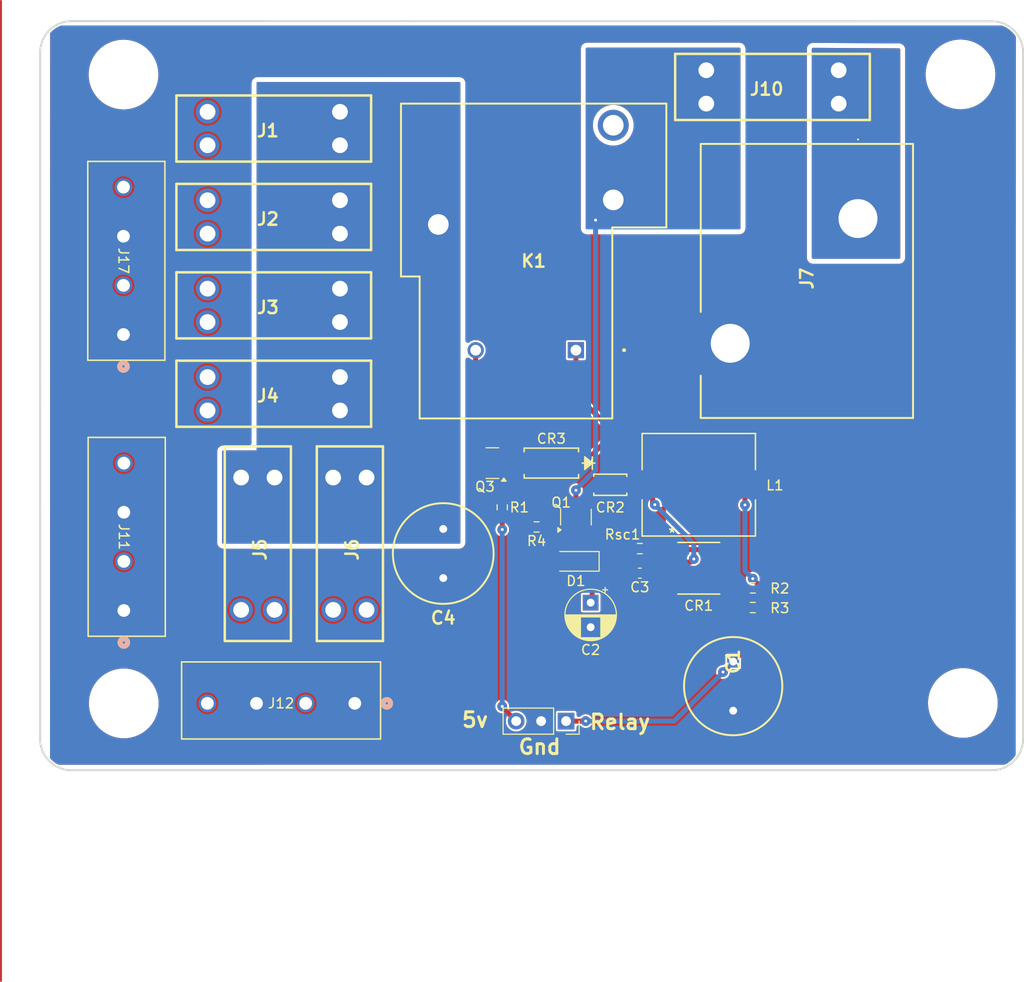
<source format=kicad_pcb>
(kicad_pcb (version 20241229) (generator "pcbnew") (generator_version "9.0")
  (layers (0 "F.Cu" signal) (2 "B.Cu" signal) (13 "F.Paste" user) (15 "B.Paste" user) (5 "F.SilkS" user "F.Silkscreen") (7 "B.SilkS" user "B.Silkscreen") (1 "F.Mask" user) (3 "B.Mask" user) (25 "Edge.Cuts" user))
  (net 0 "")
  (net 1 "Net-(J1-Pad1)")
  (net 2 "Net-(J17-Pad2)")
  (net 3 "Net-(J11-Pad4)")
  (net 4 "GND")
  (net 6 "/50F")
  (net 7 "/50U")
  (net 8 "/50R")
  (net 9 "Net-(CR1-TC)")
  (net 10 "Net-(CR1-DRC)")
  (net 11 "Net-(CR1-SWE)")
  (net 13 "Net-(CR1-CII)")
  (net 14 "/5V")
  (net 15 "Net-(J9-Pin_3)")
  (net 16 "Net-(D1-A)")
  (net 17 "/5VReg/Vin")
  (net 18 "Net-(K1-COIL_2)")
  (net 19 "Net-(Q3-B)")
  (net 20 "Net-(J11-Pad2)")
  (net 21 "Net-(J12-Pad4)")
  (net 22 "Net-(J12-Pad2)")
  (footprint "LEDController:3557-2" (layer "F.Cu") (at 73.250765 94.505291 90)
    (property "Reference" "J6" (at -0.597 0.218 90) (layer "F.SilkS") (effects (font (size 1.27 1.27) (thickness 0.254))))
    (property "Value" "3557-2" (hide yes))
    (pad "1" thru_hole circle (at -6.735 -1.7 90) (size 2.4 2.4) (drill 1.6) (layers "*.Cu" "*.Mask") (net 22 "Net-(J12-Pad2)"))
    (pad "2" thru_hole circle (at 6.735 -1.7 90) (size 2.4 2.4) (drill 1.6) (layers "*.Cu" "*.Mask") (net 8 "/50R"))
    (pad "3" thru_hole circle (at -6.735 1.7 90) (size 2.4 2.4) (drill 1.6) (layers "*.Cu" "*.Mask") (net 22 "Net-(J12-Pad2)"))
    (pad "4" thru_hole circle (at 6.735 1.7 90) (size 2.4 2.4) (drill 1.6) (layers "*.Cu" "*.Mask") (net 8 "/50R"))
  )
  (footprint "LEDController:CONN4_TB002-500_787x299_CUD" (layer "F.Cu") (at 73.750765 110.755291)
    (property "Reference" "J12" (at -7.5 0 0) (layer "F.SilkS"))
    (property "Value" "TB002-500-04BE")
    (pad "1" thru_hole circle (at 0 0) (size 1.8034 1.8034) (drill 1.2954) (layers "*.Cu" "*.Mask") (net 4 "GND"))
    (pad "2" thru_hole circle (at -5 0) (size 1.8034 1.8034) (drill 1.2954) (layers "*.Cu" "*.Mask") (net 22 "Net-(J12-Pad2)"))
    (pad "3" thru_hole circle (at -10 0) (size 1.8034 1.8034) (drill 1.2954) (layers "*.Cu" "*.Mask") (net 4 "GND"))
    (pad "4" thru_hole circle (at -15.000001 0) (size 1.8034 1.8034) (drill 1.2954) (layers "*.Cu" "*.Mask") (net 21 "Net-(J12-Pad4)"))
  )
  (footprint "Connector_PinSocket_2.54mm:PinSocket_1x03_P2.54mm_Vertical" (layer "F.Cu") (at 95.250765 112.565 -90)
    (property "Reference" "J9" (hide yes))
    (property "Value" "Conn_01x03_Pin" (hide yes))
    (pad "1" thru_hole rect (at 0 0 270) (size 1.7 1.7) (drill 1) (layers "*.Cu" "*.Mask") (net 14 "/5V"))
    (pad "2" thru_hole oval (at 0 2.54 270) (size 1.7 1.7) (drill 1) (layers "*.Cu" "*.Mask") (net 4 "GND"))
    (pad "3" thru_hole oval (at 0 5.08 270) (size 1.7 1.7) (drill 1) (layers "*.Cu" "*.Mask") (net 15 "Net-(J9-Pin_3)"))
  )
  (footprint "LEDController:0389690002" (layer "F.Cu") (at 124.950765 61.405291 -90)
    (property "Reference" "J7" (at 6.1 5.2 90) (layer "F.SilkS") (effects (font (size 1.27 1.27) (thickness 0.254))))
    (property "Value" "0389690002" (hide yes))
    (pad "1" thru_hole rect (at 0 0 270) (size 5.94 5.94) (drill 3.96) (layers "*.Cu" "*.Mask") (net 7 "/50U"))
    (pad "2" thru_hole circle (at 12.7 13 270) (size 5.94 5.94) (drill 3.96) (layers "*.Cu" "*.Mask") (net 4 "GND"))
  )
  (footprint "LEDController:3557-2" (layer "F.Cu") (at 65.505765 61.240291)
    (property "Reference" "J2" (at -0.597 0.218 0) (layer "F.SilkS") (effects (font (size 1.27 1.27) (thickness 0.254))))
    (property "Value" "3557-2" (hide yes))
    (pad "1" thru_hole circle (at -6.735 -1.7) (size 2.4 2.4) (drill 1.6) (layers "*.Cu" "*.Mask") (net 2 "Net-(J17-Pad2)"))
    (pad "2" thru_hole circle (at 6.735 -1.7) (size 2.4 2.4) (drill 1.6) (layers "*.Cu" "*.Mask") (net 8 "/50R"))
    (pad "3" thru_hole circle (at -6.735 1.7) (size 2.4 2.4) (drill 1.6) (layers "*.Cu" "*.Mask") (net 2 "Net-(J17-Pad2)"))
    (pad "4" thru_hole circle (at 6.735 1.7) (size 2.4 2.4) (drill 1.6) (layers "*.Cu" "*.Mask") (net 8 "/50R"))
  )
  (footprint "LEDController:CAPPRD500W60D1025H2200" (layer "F.Cu") (at 82.750765 93.005291 -90)
    (property "Reference" "C4" (at 9.059709 0 0) (layer "F.SilkS") (effects (font (size 1.27 1.27) (thickness 0.254))))
    (property "Value" "UVR1E102MPD" (hide yes))
    (pad "1" thru_hole rect (at 0 0 270) (size 1.2 1.2) (drill 0.8) (layers "*.Cu" "*.Mask") (net 8 "/50R"))
    (pad "2" thru_hole circle (at 5 0 270) (size 1.2 1.2) (drill 0.8) (layers "*.Cu" "*.Mask") (net 4 "GND"))
  )
  (footprint "LEDController:IND_BOURNS_SDR1105" (layer "F.Cu") (at 108.750765 88.505291)
    (property "Reference" "L1" (at 7.744235 0.059709 0) (layer "F.SilkS"))
    (property "Value" "SDR1105-201KL")
    (pad "1" smd rect (at -4.699 0) (size 2.5908 2.413) (layers "F.Cu" "F.Mask" "F.Paste") (net 11 "Net-(CR1-SWE)"))
    (pad "2" smd rect (at 4.699 0) (size 2.5908 2.413) (layers "F.Cu" "F.Mask" "F.Paste") (net 14 "/5V"))
    (zone (net 0) (net_name "") (layer "F.Cu") (connect_pads (clearance 0)) (min_thickness 0.254)
      (keepout (tracks not_allowed) (vias not_allowed) (pads allowed) (copperpour not_allowed) (footprints allowed))
      (fill (thermal_gap 0.508) (thermal_bridge_width 0.508))
      (polygon (pts (xy 105.397965 83.463391) (xy 112.103565 83.463391) (xy 112.103565 93.547191) (xy 105.397965 93.547191)))
    )
  )
  (footprint "LEDController:3557-2" (layer "F.Cu") (at 63.885765 94.505291 90)
    (property "Reference" "J5" (at -0.597 0.218 90) (layer "F.SilkS") (effects (font (size 1.27 1.27) (thickness 0.254))))
    (property "Value" "3557-2" (hide yes))
    (pad "1" thru_hole circle (at -6.735 -1.7 90) (size 2.4 2.4) (drill 1.6) (layers "*.Cu" "*.Mask") (net 21 "Net-(J12-Pad4)"))
    (pad "2" thru_hole circle (at 6.735 -1.7 90) (size 2.4 2.4) (drill 1.6) (layers "*.Cu" "*.Mask") (net 8 "/50R"))
    (pad "3" thru_hole circle (at -6.735 1.7 90) (size 2.4 2.4) (drill 1.6) (layers "*.Cu" "*.Mask") (net 21 "Net-(J12-Pad4)"))
    (pad "4" thru_hole circle (at 6.735 1.7 90) (size 2.4 2.4) (drill 1.6) (layers "*.Cu" "*.Mask") (net 8 "/50R"))
  )
  (footprint "LEDController:CONN4_TB002-500_787x299_CUD" (layer "F.Cu") (at 50.213665 73.206891 -90)
    (property "Reference" "J17" (at -7.5 0 270) (layer "F.SilkS"))
    (property "Value" "TB002-500-04BE")
    (pad "1" thru_hole circle (at 0 0 270) (size 1.8034 1.8034) (drill 1.2954) (layers "*.Cu" "*.Mask") (net 4 "GND"))
    (pad "2" thru_hole circle (at -5 0 270) (size 1.8034 1.8034) (drill 1.2954) (layers "*.Cu" "*.Mask") (net 2 "Net-(J17-Pad2)"))
    (pad "3" thru_hole circle (at -10 0 270) (size 1.8034 1.8034) (drill 1.2954) (layers "*.Cu" "*.Mask") (net 4 "GND"))
    (pad "4" thru_hole circle (at -15.000001 0 270) (size 1.8034 1.8034) (drill 1.2954) (layers "*.Cu" "*.Mask") (net 1 "Net-(J1-Pad1)"))
  )
  (footprint "LEDController:CAPPRD500W60D1000H1350" (layer "F.Cu") (at 112.250765 106.505291 -90)
    (property "Reference" "C1" (at 0 0 90) (layer "F.SilkS") (effects (font (size 1.27 1.27) (thickness 0.254))))
    (property "Value" "470uF" (hide yes))
    (pad "1" thru_hole rect (at 0 0 270) (size 1.2 1.2) (drill 0.8) (layers "*.Cu" "*.Mask") (net 14 "/5V"))
    (pad "2" thru_hole circle (at 5 0 270) (size 1.2 1.2) (drill 0.8) (layers "*.Cu" "*.Mask") (net 4 "GND"))
  )
  (footprint "Package_TO_SOT_SMD:SOT-23" (layer "F.Cu") (at 87.750765 86.300179 180)
    (property "Reference" "Q3" (at 0.755765 -2.4 0) (layer "F.SilkS"))
    (property "Value" "MMBT2222A")
    (pad "1" smd roundrect (at -0.9375 -0.95 180) (size 1.475 0.6) (layers "F.Cu" "F.Mask" "F.Paste") (net 19 "Net-(Q3-B)"))
    (pad "2" smd roundrect (at -0.9375 0.95 180) (size 1.475 0.6) (layers "F.Cu" "F.Mask" "F.Paste") (net 4 "GND"))
    (pad "3" smd roundrect (at 0.9375 0 180) (size 1.475 0.6) (layers "F.Cu" "F.Mask" "F.Paste") (net 18 "Net-(K1-COIL_2)"))
  )
  (footprint "Resistor_SMD:R_0603_1608Metric_Pad0.98x0.95mm_HandSolder" (layer "F.Cu") (at 114.250765 101.005291 180)
    (property "Reference" "R3" (at -2.744235 -0.059709 0) (layer "F.SilkS"))
    (property "Value" "1.2k")
    (pad "1" smd roundrect (at -0.9125 0 180) (size 0.975 0.95) (layers "F.Cu" "F.Mask" "F.Paste") (net 14 "/5V"))
    (pad "2" smd roundrect (at 0.9125 0 180) (size 0.975 0.95) (layers "F.Cu" "F.Mask" "F.Paste") (net 4 "GND"))
  )
  (footprint "LEDController:3557-2" (layer "F.Cu") (at 116.250765 48.005291)
    (property "Reference" "J10" (at -0.597 0.218 0) (layer "F.SilkS") (effects (font (size 1.27 1.27) (thickness 0.254))))
    (property "Value" "3557-2" (hide yes))
    (pad "1" thru_hole circle (at -6.735 -1.7) (size 2.4 2.4) (drill 1.6) (layers "*.Cu" "*.Mask") (net 6 "/50F"))
    (pad "2" thru_hole circle (at 6.735 -1.7) (size 2.4 2.4) (drill 1.6) (layers "*.Cu" "*.Mask") (net 7 "/50U"))
    (pad "3" thru_hole circle (at -6.735 1.7) (size 2.4 2.4) (drill 1.6) (layers "*.Cu" "*.Mask") (net 6 "/50F"))
    (pad "4" thru_hole circle (at 6.735 1.7) (size 2.4 2.4) (drill 1.6) (layers "*.Cu" "*.Mask") (net 7 "/50U"))
  )
  (footprint "LEDController:3557-2" (layer "F.Cu") (at 65.505765 70.240291)
    (property "Reference" "J3" (at -0.597 0.218 0) (layer "F.SilkS") (effects (font (size 1.27 1.27) (thickness 0.254))))
    (property "Value" "3557-2" (hide yes))
    (pad "1" thru_hole circle (at -6.735 -1.7) (size 2.4 2.4) (drill 1.6) (layers "*.Cu" "*.Mask") (net 3 "Net-(J11-Pad4)"))
    (pad "2" thru_hole circle (at 6.735 -1.7) (size 2.4 2.4) (drill 1.6) (layers "*.Cu" "*.Mask") (net 8 "/50R"))
    (pad "3" thru_hole circle (at -6.735 1.7) (size 2.4 2.4) (drill 1.6) (layers "*.Cu" "*.Mask") (net 3 "Net-(J11-Pad4)"))
    (pad "4" thru_hole circle (at 6.735 1.7) (size 2.4 2.4) (drill 1.6) (layers "*.Cu" "*.Mask") (net 8 "/50R"))
  )
  (footprint "LEDController:3557-2" (layer "F.Cu") (at 65.505765 52.240291)
    (property "Reference" "J1" (at -0.597 0.218 0) (layer "F.SilkS") (effects (font (size 1.27 1.27) (thickness 0.254))))
    (property "Value" "3557-2" (hide yes))
    (pad "1" thru_hole circle (at -6.735 -1.7) (size 2.4 2.4) (drill 1.6) (layers "*.Cu" "*.Mask") (net 1 "Net-(J1-Pad1)"))
    (pad "2" thru_hole circle (at 6.735 -1.7) (size 2.4 2.4) (drill 1.6) (layers "*.Cu" "*.Mask") (net 8 "/50R"))
    (pad "3" thru_hole circle (at -6.735 1.7) (size 2.4 2.4) (drill 1.6) (layers "*.Cu" "*.Mask") (net 1 "Net-(J1-Pad1)"))
    (pad "4" thru_hole circle (at 6.735 1.7) (size 2.4 2.4) (drill 1.6) (layers "*.Cu" "*.Mask") (net 8 "/50R"))
  )
  (footprint "LEDController:3557-2" (layer "F.Cu") (at 65.505765 79.240291)
    (property "Reference" "J4" (at -0.597 0.218 0) (layer "F.SilkS") (effects (font (size 1.27 1.27) (thickness 0.254))))
    (property "Value" "3557-2" (hide yes))
    (pad "1" thru_hole circle (at -6.735 -1.7) (size 2.4 2.4) (drill 1.6) (layers "*.Cu" "*.Mask") (net 20 "Net-(J11-Pad2)"))
    (pad "2" thru_hole circle (at 6.735 -1.7) (size 2.4 2.4) (drill 1.6) (layers "*.Cu" "*.Mask") (net 8 "/50R"))
    (pad "3" thru_hole circle (at -6.735 1.7) (size 2.4 2.4) (drill 1.6) (layers "*.Cu" "*.Mask") (net 20 "Net-(J11-Pad2)"))
    (pad "4" thru_hole circle (at 6.735 1.7) (size 2.4 2.4) (drill 1.6) (layers "*.Cu" "*.Mask") (net 8 "/50R"))
  )
  (footprint "LEDController:SOD-123FL_MCC" (layer "F.Cu") (at 99.750765 88.505291 180)
    (property "Reference" "CR2" (at 0.005765 -2.309709 0) (layer "F.SilkS"))
    (property "Value" "SMD110PL-TP")
    (pad "1" smd rect (at -1.8415 0 180) (size 0.5842 1.0414) (layers "F.Cu" "F.Mask" "F.Paste") (net 11 "Net-(CR1-SWE)"))
    (pad "2" smd rect (at 1.8415 0 180) (size 0.5842 1.0414) (layers "F.Cu" "F.Mask" "F.Paste") (net 4 "GND"))
    (zone (net 0) (net_name "") (layer "F.Cu") (connect_pads (clearance 0)) (min_thickness 0.254)
      (keepout (tracks not_allowed) (vias not_allowed) (pads allowed) (copperpour not_allowed) (footprints allowed))
      (fill (thermal_gap 0.508) (thermal_bridge_width 0.508))
      (polygon (pts (xy 101.249365 89.406991) (xy 98.252165 89.406991) (xy 98.252165 87.603591) (xy 101.249365 87.603591)))
    )
  )
  (footprint "Package_TO_SOT_SMD:SOT-23-3" (layer "F.Cu") (at 96.250765 91.800179 90)
    (property "Reference" "Q1" (at 1.485179 -1.505765 0) (layer "F.SilkS"))
    (property "Value" "DMP3099L")
    (pad "1" smd roundrect (at -1.1375 -0.95 90) (size 1.325 0.6) (layers "F.Cu" "F.Mask" "F.Paste") (net 16 "Net-(D1-A)"))
    (pad "2" smd roundrect (at -1.1375 0.95 90) (size 1.325 0.6) (layers "F.Cu" "F.Mask" "F.Paste") (net 17 "/5VReg/Vin"))
    (pad "3" smd roundrect (at 1.1375 0 90) (size 1.325 0.6) (layers "F.Cu" "F.Mask" "F.Paste") (net 6 "/50F"))
  )
  (footprint "LEDController:DIODE_DO214AC" (layer "F.Cu") (at 93.750765 86.300179 180)
    (property "Reference" "CR3" (at 0 2.485179 0) (layer "F.SilkS"))
    (property "Value" "S1G-E3/61T")
    (pad "1" smd rect (at -1.7018 0 270) (size 1.651 2.1844) (layers "F.Cu" "F.Mask" "F.Paste") (net 14 "/5V"))
    (pad "2" smd rect (at 1.7018 0 270) (size 1.651 2.1844) (layers "F.Cu" "F.Mask" "F.Paste") (net 18 "Net-(K1-COIL_2)"))
    (zone (net 0) (net_name "") (layer "F.Cu") (connect_pads (clearance 0)) (min_thickness 0.254)
      (keepout (tracks not_allowed) (vias not_allowed) (pads allowed) (copperpour not_allowed) (footprints allowed))
      (fill (thermal_gap 0.508) (thermal_bridge_width 0.508))
      (polygon (pts (xy 94.309565 87.176479) (xy 93.191965 87.176479) (xy 93.191965 85.423879) (xy 94.309565 85.423879)))
    )
    (zone (net 0) (net_name "") (layer "F.Cu") (connect_pads (clearance 0)) (min_thickness 0.254)
      (keepout (tracks not_allowed) (vias not_allowed) (pads allowed) (copperpour not_allowed) (footprints allowed))
      (fill (thermal_gap 0.508) (thermal_bridge_width 0.508))
      (polygon (pts (xy 96.341565 85.423879) (xy 91.159965 85.423879) (xy 91.159965 84.953979) (xy 96.341565 84.953979)))
    )
    (zone (net 0) (net_name "") (layer "F.Cu") (connect_pads (clearance 0)) (min_thickness 0.254)
      (keepout (tracks not_allowed) (vias not_allowed) (pads allowed) (copperpour not_allowed) (footprints allowed))
      (fill (thermal_gap 0.508) (thermal_bridge_width 0.508))
      (polygon (pts (xy 96.341565 87.646379) (xy 91.159965 87.646379) (xy 91.159965 87.176479) (xy 96.341565 87.176479)))
    )
  )
  (footprint "Resistor_SMD:R_0603_1608Metric_Pad0.98x0.95mm_HandSolder" (layer "F.Cu") (at 114.250765 99.005291)
    (property "Reference" "R2" (at 2.744235 0.059709 0) (layer "F.SilkS"))
    (property "Value" "3.6k")
    (pad "1" smd roundrect (at -0.9125 0) (size 0.975 0.95) (layers "F.Cu" "F.Mask" "F.Paste") (net 13 "Net-(CR1-CII)"))
    (pad "2" smd roundrect (at 0.9125 0) (size 0.975 0.95) (layers "F.Cu" "F.Mask" "F.Paste") (net 14 "/5V"))
  )
  (footprint "Capacitor_THT:CP_Radial_D5.0mm_P2.50mm" (layer "F.Cu") (at 97.750765 100.505291 -90)
    (property "Reference" "C2" (at 4.809709 0.005765 0) (layer "F.SilkS"))
    (property "Value" "100uF")
    (pad "1" thru_hole rect (at 0 0 270) (size 1.6 1.6) (drill 0.8) (layers "*.Cu" "*.Mask") (net 17 "/5VReg/Vin"))
    (pad "2" thru_hole circle (at 2.5 0 270) (size 1.6 1.6) (drill 0.8) (layers "*.Cu" "*.Mask") (net 4 "GND"))
  )
  (footprint "Capacitor_SMD:C_0603_1608Metric_Pad1.08x0.95mm_HandSolder" (layer "F.Cu") (at 102.750765 97.505291 180)
    (property "Reference" "C3" (at 0 -1.43 0) (layer "F.SilkS"))
    (property "Value" "470pF")
    (pad "1" smd roundrect (at -0.8625 0 180) (size 1.075 0.95) (layers "F.Cu" "F.Mask" "F.Paste") (net 9 "Net-(CR1-TC)"))
    (pad "2" smd roundrect (at 0.8625 0 180) (size 1.075 0.95) (layers "F.Cu" "F.Mask" "F.Paste") (net 4 "GND"))
  )
  (footprint "Resistor_SMD:R_0603_1608Metric_Pad0.98x0.95mm_HandSolder" (layer "F.Cu") (at 92.250765 92.800179 180)
    (property "Reference" "R4" (at 0.005765 -1.43 0) (layer "F.SilkS"))
    (property "Value" "470")
    (pad "1" smd roundrect (at -0.9125 0 180) (size 0.975 0.95) (layers "F.Cu" "F.Mask" "F.Paste") (net 16 "Net-(D1-A)"))
    (pad "2" smd roundrect (at 0.9125 0 180) (size 0.975 0.95) (layers "F.Cu" "F.Mask" "F.Paste") (net 4 "GND"))
  )
  (footprint "LEDController:SO-8_STM" (layer "F.Cu") (at 108.750765 97.005291)
    (property "Reference" "CR1" (at -0.005765 3.809709 0) (layer "F.SilkS"))
    (property "Value" "MC34063ABD-TR")
    (fp_text user "*" (at -2.7178 -3.5814 0) (layer "F.SilkS"))
    (fp_text user "*" (at -2.7178 -3.5814 0) (layer "F.SilkS"))
    (pad "1" smd rect (at -2.4638 -1.905) (size 1.9812 0.5334) (layers "F.Cu" "F.Mask" "F.Paste") (net 10 "Net-(CR1-DRC)"))
    (pad "2" smd rect (at -2.4638 -0.635) (size 1.9812 0.5334) (layers "F.Cu" "F.Mask" "F.Paste") (net 11 "Net-(CR1-SWE)"))
    (pad "3" smd rect (at -2.4638 0.635) (size 1.9812 0.5334) (layers "F.Cu" "F.Mask" "F.Paste") (net 9 "Net-(CR1-TC)"))
    (pad "4" smd rect (at -2.4638 1.905) (size 1.9812 0.5334) (layers "F.Cu" "F.Mask" "F.Paste") (net 4 "GND"))
    (pad "5" smd rect (at 2.4638 1.905) (size 1.9812 0.5334) (layers "F.Cu" "F.Mask" "F.Paste") (net 13 "Net-(CR1-CII)"))
    (pad "6" smd rect (at 2.4638 0.635) (size 1.9812 0.5334) (layers "F.Cu" "F.Mask" "F.Paste"))
    (pad "7" smd rect (at 2.4638 -0.635) (size 1.9812 0.5334) (layers "F.Cu" "F.Mask" "F.Paste") (net 10 "Net-(CR1-DRC)"))
    (pad "8" smd rect (at 2.4638 -1.905) (size 1.9812 0.5334) (layers "F.Cu" "F.Mask" "F.Paste") (net 10 "Net-(CR1-DRC)"))
  )
  (footprint "LEDController:CONN4_TB002-500_787x299_CUD" (layer "F.Cu") (at 50.250765 101.305291 -90)
    (property "Reference" "J11" (at -7.5 0 270) (layer "F.SilkS"))
    (property "Value" "TB002-500-04BE")
    (pad "1" thru_hole circle (at 0 0 270) (size 1.8034 1.8034) (drill 1.2954) (layers "*.Cu" "*.Mask") (net 4 "GND"))
    (pad "2" thru_hole circle (at -5 0 270) (size 1.8034 1.8034) (drill 1.2954) (layers "*.Cu" "*.Mask") (net 20 "Net-(J11-Pad2)"))
    (pad "3" thru_hole circle (at -10 0 270) (size 1.8034 1.8034) (drill 1.2954) (layers "*.Cu" "*.Mask") (net 4 "GND"))
    (pad "4" thru_hole circle (at -15.000001 0 270) (size 1.8034 1.8034) (drill 1.2954) (layers "*.Cu" "*.Mask") (net 3 "Net-(J11-Pad4)"))
  )
  (footprint "Resistor_SMD:R_0603_1608Metric_Pad0.98x0.95mm_HandSolder" (layer "F.Cu") (at 102.750765 95.005291)
    (property "Reference" "Rsc1" (at -1.755765 -1.440291 0) (layer "F.SilkS"))
    (property "Value" ".33")
    (pad "1" smd roundrect (at -0.9125 0) (size 0.975 0.95) (layers "F.Cu" "F.Mask" "F.Paste") (net 17 "/5VReg/Vin"))
    (pad "2" smd roundrect (at 0.9125 0) (size 0.975 0.95) (layers "F.Cu" "F.Mask" "F.Paste") (net 10 "Net-(CR1-DRC)"))
  )
  (footprint "Diode_SMD:D_SOD-123" (layer "F.Cu") (at 96.250765 96.300179 180)
    (property "Reference" "D1" (at 0 -2 0) (layer "F.SilkS"))
    (property "Value" "D_Zener" (hide yes))
    (pad "1" smd roundrect (at -1.65 0 180) (size 0.9 1.2) (layers "F.Cu" "F.Mask" "F.Paste") (net 17 "/5VReg/Vin"))
    (pad "2" smd roundrect (at 1.65 0 180) (size 0.9 1.2) (layers "F.Cu" "F.Mask" "F.Paste") (net 16 "Net-(D1-A)"))
  )
  (footprint "Resistor_SMD:R_0603_1608Metric_Pad0.98x0.95mm_HandSolder" (layer "F.Cu") (at 88.750765 90.800179 90)
    (property "Reference" "R1" (at -0.009056 1.744235 0) (layer "F.SilkS"))
    (property "Value" "1K")
    (pad "1" smd roundrect (at -0.9125 0 90) (size 0.975 0.95) (layers "F.Cu" "F.Mask" "F.Paste") (net 15 "Net-(J9-Pin_3)"))
    (pad "2" smd roundrect (at 0.9125 0 90) (size 0.975 0.95) (layers "F.Cu" "F.Mask" "F.Paste") (net 19 "Net-(Q3-B)"))
  )
  (footprint "LEDController:J115F11CH5VDCS615U" (layer "F.Cu") (at 96.250765 74.805291)
    (property "Reference" "K1" (at -4.3 -9.075 0) (layer "F.SilkS") (effects (font (size 1.27 1.27) (thickness 0.254))))
    (property "Value" "J115F11CH5VDCS61.5U" (hide yes))
    (pad "1" thru_hole rect (at 0 0) (size 1.65 1.65) (drill 1.1) (layers "*.Cu" "*.Mask") (net 14 "/5V"))
    (pad "2" thru_hole circle (at -10.2 0) (size 1.65 1.65) (drill 1.1) (layers "*.Cu" "*.Mask") (net 18 "Net-(K1-COIL_2)"))
    (pad "3" thru_hole circle (at -14 -12.8) (size 3.15 3.15) (drill 2.1) (layers "*.Cu" "*.Mask") (net 8 "/50R"))
    (pad "4" thru_hole circle (at 3.8 -22.9) (size 3.15 3.15) (drill 2.1) (layers "*.Cu" "*.Mask"))
    (pad "5" thru_hole circle (at 3.8 -15.3) (size 3.15 3.15) (drill 2.1) (layers "*.Cu" "*.Mask") (net 6 "/50F"))
  )
  (gr_line (start 37.750765 39.255291) (end 37.750765 139.005291) (stroke (width 0.2)) (layer "F.Cu"))
  (gr_arc (start 41.739235 44.480172) (mid 42.669171 42.235108) (end 44.914235 41.305172) (stroke (width 0.2)) (layer "Edge.Cuts"))
  (gr_arc (start 138.575765 41.325355) (mid 140.820818 42.255302) (end 141.750765 44.500355) (stroke (width 0.2)) (layer "Edge.Cuts"))
  (gr_line (start 41.739235 114.389881) (end 41.739235 44.480172) (stroke (width 0.2)) (layer "Edge.Cuts"))
  (gr_line (start 44.914235 41.304644) (end 138.575765 41.325355) (stroke (width 0.2)) (layer "Edge.Cuts"))
  (gr_line (start 138.57 117.565) (end 44.90847 117.565) (stroke (width 0.2)) (layer "Edge.Cuts"))
  (gr_arc (start 44.90847 117.564881) (mid 42.663406 116.634945) (end 41.73347 114.389881) (stroke (width 0.2)) (layer "Edge.Cuts"))
  (gr_arc (start 141.745 114.39) (mid 140.815066 116.635077) (end 138.57 117.565) (stroke (width 0.2)) (layer "Edge.Cuts"))
  (gr_line (start 141.750765 44.500355) (end 141.750765 114.39) (stroke (width 0.2)) (layer "Edge.Cuts"))
  (gr_text "Relay" (at 97.500765 113.54 0) (layer "F.SilkS") (effects (font (size 1.5 1.5) (thickness 0.3) (bold yes)) (justify left bottom)))
  (gr_text "Gnd" (at 90.250765 116.065 0) (layer "F.SilkS") (effects (font (size 1.5 1.5) (thickness 0.3) (bold yes)) (justify left bottom)))
  (gr_text "5v\n" (at 84.500765 113.315 0) (layer "F.SilkS") (effects (font (size 1.5 1.5) (thickness 0.3) (bold yes)) (justify left bottom)))
  (segment (start 54.480264 53.940291) (end 50.213665 58.20689) (width 4.8387) (layer "F.Cu") (net 1))
  (segment (start 58.770765 53.940291) (end 54.480264 53.940291) (width 4.8387) (layer "F.Cu") (net 1))
  (segment (start 58.770765 50.540291) (end 58.770765 53.940291) (width 4.8387) (layer "F.Cu") (net 1))
  (segment (start 58.770765 62.940291) (end 55.480265 62.940291) (width 4.8387) (layer "F.Cu") (net 2))
  (segment (start 55.480265 62.940291) (end 50.213665 68.206891) (width 4.8387) (layer "F.Cu") (net 2))
  (segment (start 58.770765 59.540291) (end 58.770765 62.940291) (width 4.8387) (layer "F.Cu") (net 2))
  (segment (start 50.250765 78.570765) (end 50.250765 86.30529) (width 4.8387) (layer "F.Cu") (net 3))
  (segment (start 56.869709 71.940291) (end 50.245 78.565) (width 4.8387) (layer "F.Cu") (net 3))
  (segment (start 58.770765 68.540291) (end 58.770765 71.940291) (width 4.8387) (layer "F.Cu") (net 3))
  (segment (start 50.245 78.565) (end 50.250765 78.570765) (width 4.8387) (layer "F.Cu") (net 3))
  (segment (start 58.770765 71.940291) (end 56.869709 71.940291) (width 4.8387) (layer "F.Cu") (net 3))
  (segment (start 96.250765 89.065) (end 96.250765 89.005291) (width 0.508) (layer "F.Cu") (net 6))
  (segment (start 96.250765 90.662679) (end 96.250765 89.065) (width 0.508) (layer "F.Cu") (net 6))
  (via (at 96.250765 89.065) (size 1) (drill 0.3) (layers "F.Cu" "B.Cu") (net 6))
  (via (at 98.250765 61.565) (size 1) (drill 0.3) (layers "F.Cu" "B.Cu") (net 6))
  (segment (start 98.250765 61.565) (end 98.250765 87.005291) (width 0.508) (layer "B.Cu") (net 6))
  (segment (start 98.250765 61.505291) (end 98.250765 61.565) (width 0.508) (layer "B.Cu") (net 6))
  (segment (start 98.250765 87.005291) (end 96.250765 89.005291) (width 0.508) (layer "B.Cu") (net 6))
  (segment (start 106.151965 97.505291) (end 106.286965 97.640291) (width 0.508) (layer "F.Cu") (net 9))
  (segment (start 103.613265 97.505291) (end 106.151965 97.505291) (width 0.508) (layer "F.Cu") (net 9))
  (segment (start 111.214565 96.370291) (end 111.214565 95.100291) (width 0.508) (layer "F.Cu") (net 10))
  (segment (start 106.191965 95.005291) (end 106.286965 95.100291) (width 0.508) (layer "F.Cu") (net 10))
  (segment (start 103.663265 95.005291) (end 106.191965 95.005291) (width 0.508) (layer "F.Cu") (net 10))
  (segment (start 103.758265 95.100291) (end 103.663265 95.005291) (width 0.508) (layer "F.Cu") (net 10))
  (segment (start 106.286965 95.100291) (end 111.214565 95.100291) (width 0.508) (layer "F.Cu") (net 10))
  (segment (start 106.286965 96.370291) (end 107.385765 96.370291) (width 0.508) (layer "F.Cu") (net 11))
  (segment (start 104.051765 88.505291) (end 101.592265 88.505291) (width 0.508) (layer "F.Cu") (net 11))
  (segment (start 107.385765 96.370291) (end 107.939709 96.370291) (width 0.508) (layer "F.Cu") (net 11))
  (segment (start 107.939709 96.370291) (end 108.245 96.065) (width 0.508) (layer "F.Cu") (net 11))
  (segment (start 104.051765 88.505291) (end 104.051765 90.306291) (width 0.508) (layer "F.Cu") (net 11))
  (segment (start 104.051765 90.306291) (end 104.250765 90.505291) (width 0.508) (layer "F.Cu") (net 11))
  (via (at 104.277737 90.532263) (size 1) (drill 0.3) (layers "F.Cu" "B.Cu") (net 11))
  (via (at 108.245 96.065) (size 1) (drill 0.3) (layers "F.Cu" "B.Cu") (net 11))
  (segment (start 107.750765 94.005291) (end 104.277737 90.532263) (width 0.508) (layer "B.Cu") (net 11))
  (segment (start 107.750765 94.005291) (end 107.750765 94.070765) (width 0.508) (layer "B.Cu") (net 11))
  (segment (start 104.277737 90.532263) (end 104.250765 90.505291) (width 0.508) (layer "B.Cu") (net 11))
  (segment (start 107.750765 94.070765) (end 108.245 94.565) (width 0.508) (layer "B.Cu") (net 11))
  (segment (start 108.245 94.565) (end 108.245 96.065) (width 0.508) (layer "B.Cu") (net 11))
  (segment (start 111.309565 99.005291) (end 111.214565 98.910291) (width 0.508) (layer "F.Cu") (net 13))
  (segment (start 113.338265 99.005291) (end 111.309565 99.005291) (width 0.508) (layer "F.Cu") (net 13))
  (segment (start 112.250765 106.505291) (end 111.218028 107.538028) (width 0.508) (layer "F.Cu") (net 14))
  (segment (start 115.163265 101.005291) (end 115.163265 103.592791) (width 0.508) (layer "F.Cu") (net 14))
  (segment (start 112.209191 83.208391) (end 100.144553 83.208391) (width 0.508) (layer "F.Cu") (net 14))
  (segment (start 96.250765 74.805291) (end 96.250765 79.314603) (width 0.508) (layer "F.Cu") (net 14))
  (segment (start 113.449765 88.505291) (end 113.449765 84.448965) (width 0.508) (layer "F.Cu") (net 14))
  (segment (start 96.250765 79.314603) (end 100.144553 83.208391) (width 0.508) (layer "F.Cu") (net 14))
  (segment (start 113.449765 84.448965) (end 112.209191 83.208391) (width 0.508) (layer "F.Cu") (net 14))
  (segment (start 113.449765 88.505291) (end 113.449765 90.565) (width 0.508) (layer "F.Cu") (net 14))
  (segment (start 115.163265 103.592791) (end 112.250765 106.505291) (width 0.508) (layer "F.Cu") (net 14))
  (segment (start 114.245 98.087026) (end 115.163265 99.005291) (width 0.508) (layer "F.Cu") (net 14))
  (segment (start 114.245 98.065) (end 114.245 98.087026) (width 0.508) (layer "F.Cu") (net 14))
  (segment (start 97.052765 86.300179) (end 95.452565 86.300179) (width 0.508) (layer "F.Cu") (net 14))
  (segment (start 100.144553 83.208391) (end 97.052765 86.300179) (width 0.508) (layer "F.Cu") (net 14))
  (segment (start 115.163265 99.005291) (end 115.163265 101.005291) (width 0.508) (layer "F.Cu") (net 14))
  (segment (start 96.330765 74.885291) (end 96.250765 74.805291) (width 0.508) (layer "F.Cu") (net 14))
  (segment (start 97.245 112.565) (end 95.250765 112.565) (width 0.508) (layer "F.Cu") (net 14))
  (via (at 113.449765 90.565) (size 1) (drill 0.3) (layers "F.Cu" "B.Cu") (net 14))
  (via (at 97.245 112.565) (size 1) (drill 0.3) (layers "F.Cu" "B.Cu") (net 14))
  (via (at 111.218028 107.565) (size 1) (drill 0.3) (layers "F.Cu" "B.Cu") (net 14))
  (via (at 114.245 98.065) (size 1) (drill 0.3) (layers "F.Cu" "B.Cu") (net 14))
  (segment (start 111.218028 107.591972) (end 111.218028 107.565) (width 0.508) (layer "B.Cu") (net 14))
  (segment (start 97.245 112.565) (end 106.245 112.565) (width 0.508) (layer "B.Cu") (net 14))
  (segment (start 106.245 112.565) (end 111.218028 107.591972) (width 0.508) (layer "B.Cu") (net 14))
  (segment (start 113.449765 97.269765) (end 113.745 97.565) (width 0.508) (layer "B.Cu") (net 14))
  (segment (start 113.449765 90.565) (end 113.449765 97.269765) (width 0.508) (layer "B.Cu") (net 14))
  (segment (start 113.745 97.565) (end 114.245 98.065) (width 0.508) (layer "B.Cu") (net 14))
  (segment (start 111.218028 107.565) (end 111.218028 107.538028) (width 0.508) (layer "B.Cu") (net 14))
  (segment (start 88.750765 91.712679) (end 88.750765 93.065) (width 0.508) (layer "F.Cu") (net 15))
  (segment (start 88.750765 111.145) (end 90.170765 112.565) (width 0.508) (layer "F.Cu") (net 15))
  (via (at 88.750765 93.065) (size 1) (drill 0.3) (layers "F.Cu" "B.Cu") (net 15))
  (via (at 88.750765 111.065) (size 1) (drill 0.3) (layers "F.Cu" "B.Cu") (net 15))
  (segment (start 88.750765 93.065) (end 88.750765 111.065) (width 0.508) (layer "B.Cu") (net 15))
  (segment (start 88.750765 111.065) (end 88.750765 111.145) (width 0.508) (layer "B.Cu") (net 15))
  (segment (start 94.600765 96.300179) (end 94.600765 94.005291) (width 0.508) (layer "F.Cu") (net 16))
  (segment (start 94.600765 94.005291) (end 94.600765 93.637679) (width 0.508) (layer "F.Cu") (net 16))
  (segment (start 93.163265 92.800179) (end 93.763265 92.800179) (width 0.508) (layer "F.Cu") (net 16))
  (segment (start 94.600765 93.637679) (end 95.300765 92.937679) (width 0.508) (layer "F.Cu") (net 16))
  (segment (start 93.763265 92.800179) (end 94.600765 93.637679) (width 0.508) (layer "F.Cu") (net 16))
  (segment (start 101.838265 95.005291) (end 99.195653 95.005291) (width 0.508) (layer "F.Cu") (net 17))
  (segment (start 99.268377 95.005291) (end 97.200765 92.937679) (width 0.508) (layer "F.Cu") (net 17))
  (segment (start 99.195653 95.005291) (end 97.900765 96.300179) (width 0.508) (layer "F.Cu") (net 17))
  (segment (start 101.838265 95.005291) (end 99.268377 95.005291) (width 0.508) (layer "F.Cu") (net 17))
  (segment (start 97.900765 100.355291) (end 97.750765 100.505291) (width 0.508) (layer "F.Cu") (net 17))
  (segment (start 97.900765 96.300179) (end 97.900765 100.355291) (width 0.508) (layer "F.Cu") (net 17))
  (segment (start 86.813265 86.300179) (end 92.048965 86.300179) (width 0.508) (layer "F.Cu") (net 18))
  (segment (start 86.813265 86.300179) (end 86.050765 85.537679) (width 0.508) (layer "F.Cu") (net 18))
  (segment (start 86.050765 85.537679) (end 86.050765 74.805291) (width 0.508) (layer "F.Cu") (net 18))
  (segment (start 88.750765 89.887679) (end 88.750765 87.312679) (width 0.508) (layer "F.Cu") (net 19))
  (segment (start 88.750765 87.312679) (end 88.688265 87.250179) (width 0.508) (layer "F.Cu") (net 19))
  (segment (start 55.293665 84.417391) (end 55.293665 91.262391) (width 4.8387) (layer "F.Cu") (net 20))
  (segment (start 58.770765 77.540291) (end 58.770765 80.940291) (width 4.8387) (layer "F.Cu") (net 20))
  (segment (start 58.770765 80.940291) (end 55.293665 84.417391) (width 4.8387) (layer "F.Cu") (net 20))
  (segment (start 55.293665 91.262391) (end 50.250765 96.305291) (width 4.8387) (layer "F.Cu") (net 20))
  (segment (start 62.185765 101.240291) (end 62.185765 107.32029) (width 4.8387) (layer "F.Cu") (net 21))
  (segment (start 65.585765 101.240291) (end 62.185765 101.240291) (width 4.8387) (layer "F.Cu") (net 21))
  (segment (start 62.185765 107.32029) (end 58.750764 110.755291) (width 4.8387) (layer "F.Cu") (net 21))
  (segment (start 71.550765 101.240291) (end 71.550765 107.955291) (width 4.8387) (layer "F.Cu") (net 22))
  (segment (start 74.950765 101.240291) (end 71.550765 101.240291) (width 4.8387) (layer "F.Cu") (net 22))
  (segment (start 71.550765 107.955291) (end 68.750765 110.755291) (width 4.8387) (layer "F.Cu") (net 22))
  (zone (net 0) (net_name "") (layer "F.Cu") (connect_pads (clearance 0)) (min_thickness 0.25)
    (keepout (tracks allowed) (vias allowed) (pads allowed) (copperpour not_allowed) (footprints allowed))
    (fill (thermal_gap 0.5) (thermal_bridge_width 0.5))
    (polygon (pts (xy 111.745 85.565) (xy 111.745 84.065) (xy 113.245 84.065) (xy 113.245 87.15344) (xy 111.745 87.15344) (xy 111.745 85.565)))
  )
  (zone (net 0) (net_name "") (layer "F.Cu") (connect_pads (clearance 0)) (min_thickness 0.25)
    (keepout (tracks allowed) (vias allowed) (pads allowed) (copperpour not_allowed) (footprints allowed))
    (fill (thermal_gap 0.5) (thermal_bridge_width 0.5))
    (polygon (pts (xy 56.245 76.065) (xy 52.245 79.565) (xy 52.245 83.565) (xy 53.745 83.565) (xy 56.745 81.065) (xy 56.745 75.565)))
  )
  (zone (net 0) (net_name "") (layers "F.Cu" "B.Cu") (name "drill") (connect_pads yes (clearance 0)) (min_thickness 0.5)
    (keepout (tracks not_allowed) (vias not_allowed) (pads not_allowed) (copperpour not_allowed) (footprints allowed))
    (fill (thermal_gap 0.5) (thermal_bridge_width 0.5))
    (polygon (pts (xy 53.77023 46.744036) (xy 53.750765 46.372629) (xy 53.692585 46.005291) (xy 53.596326 45.646047) (xy 53.463042 45.298832) (xy 53.294196 44.967452) (xy 53.091635 44.655536) (xy 52.85758 44.366503) (xy 52.594595 44.103518) (xy 52.305562 43.869463) (xy 51.993646 43.666902) (xy 51.662266 43.498056) (xy 51.315051 43.364772) (xy 50.955807 43.268513) (xy 50.588469 43.210333) (xy 50.217062 43.190868) (xy 49.845655 43.210333) (xy 49.478317 43.268513) (xy 49.119073 43.364772) (xy 48.771858 43.498056) (xy 48.440478 43.666902) (xy 48.128562 43.869463) (xy 47.839529 44.103518) (xy 47.576544 44.366503) (xy 47.342489 44.655536) (xy 47.139928 44.967452) (xy 46.971082 45.298832) (xy 46.837798 45.646047) (xy 46.741539 46.005291) (xy 46.683359 46.372629) (xy 46.663894 46.744036) (xy 46.683359 47.115443) (xy 46.741539 47.482781) (xy 46.837798 47.842025) (xy 46.971082 48.18924) (xy 47.139928 48.52062) (xy 47.342489 48.832536) (xy 47.576544 49.121569) (xy 47.839529 49.384554) (xy 48.128562 49.618609) (xy 48.440478 49.82117) (xy 48.771858 49.990016) (xy 49.119073 50.1233) (xy 49.478317 50.219559) (xy 49.845655 50.277739) (xy 50.217062 50.297204) (xy 50.588469 50.277739) (xy 50.955807 50.219559) (xy 51.315051 50.1233) (xy 51.662266 49.990016) (xy 51.993646 49.82117) (xy 52.305562 49.618609) (xy 52.594595 49.384554) (xy 52.85758 49.121569) (xy 53.091635 48.832536) (xy 53.294196 48.52062) (xy 53.463042 48.18924) (xy 53.596326 47.842025) (xy 53.692585 47.482781) (xy 53.750765 47.115443)))
  )
  (zone (net 7) (net_name "/50U") (layers "F.Cu" "B.Cu") (priority 2) (connect_pads yes (clearance 0.5)) (min_thickness 0.25) (fill yes (thermal_gap 0.5) (thermal_bridge_width 0.5))
    (polygon (pts (xy 120.250765 44.023376) (xy 120.250765 65.505291) (xy 129.250765 65.505291) (xy 129.250765 44.07763)))
  )
  (zone (net 0) (net_name "") (layers "F.Cu" "B.Cu") (name "drill") (connect_pads yes (clearance 0)) (min_thickness 0.5)
    (keepout (tracks not_allowed) (vias not_allowed) (pads not_allowed) (copperpour not_allowed) (footprints allowed))
    (fill (thermal_gap 0.5) (thermal_bridge_width 0.5))
    (polygon (pts (xy 53.798168 110.761832) (xy 53.778703 110.390425) (xy 53.720523 110.023087) (xy 53.624264 109.663843) (xy 53.49098 109.316628) (xy 53.322134 108.985248) (xy 53.119573 108.673332) (xy 52.885518 108.384299) (xy 52.622533 108.121314) (xy 52.3335 107.887259) (xy 52.021584 107.684698) (xy 51.690204 107.515852) (xy 51.342989 107.382568) (xy 50.983745 107.286309) (xy 50.616407 107.228129) (xy 50.245 107.208664) (xy 49.873593 107.228129) (xy 49.506255 107.286309) (xy 49.147011 107.382568) (xy 48.799796 107.515852) (xy 48.468416 107.684698) (xy 48.1565 107.887259) (xy 47.867467 108.121314) (xy 47.604482 108.384299) (xy 47.370427 108.673332) (xy 47.167866 108.985248) (xy 46.99902 109.316628) (xy 46.865736 109.663843) (xy 46.769477 110.023087) (xy 46.711297 110.390425) (xy 46.691832 110.761832) (xy 46.711297 111.133239) (xy 46.769477 111.500577) (xy 46.865736 111.859821) (xy 46.99902 112.207036) (xy 47.167866 112.538416) (xy 47.370427 112.850332) (xy 47.604482 113.139365) (xy 47.867467 113.40235) (xy 48.1565 113.636405) (xy 48.468416 113.838966) (xy 48.799796 114.007812) (xy 49.147011 114.141096) (xy 49.506255 114.237355) (xy 49.873593 114.295535) (xy 50.245 114.315) (xy 50.616407 114.295535) (xy 50.983745 114.237355) (xy 51.342989 114.141096) (xy 51.690204 114.007812) (xy 52.021584 113.838966) (xy 52.3335 113.636405) (xy 52.622533 113.40235) (xy 52.885518 113.139365) (xy 53.119573 112.850332) (xy 53.322134 112.538416) (xy 53.49098 112.207036) (xy 53.624264 111.859821) (xy 53.720523 111.500577) (xy 53.778703 111.133239)))
  )
  (zone (net 6) (net_name "/50F") (layers "F.Cu" "B.Cu") (priority 2) (connect_pads yes (clearance 0.5)) (min_thickness 0.25) (fill yes (thermal_gap 0.5) (thermal_bridge_width 0.5))
    (polygon (pts (xy 97.250765 44.005291) (xy 97.250765 62.505291) (xy 113.000765 62.505291) (xy 113.000765 44.005291)))
  )
  (zone (net 0) (net_name "") (layers "F.Cu" "B.Cu") (name "drill") (connect_pads yes (clearance 0)) (min_thickness 0.5)
    (keepout (tracks not_allowed) (vias not_allowed) (pads not_allowed) (copperpour not_allowed) (footprints allowed))
    (fill (thermal_gap 0.5) (thermal_bridge_width 0.5))
    (polygon (pts (xy 138.932526 46.730205) (xy 138.913061 46.358798) (xy 138.854881 45.99146) (xy 138.758622 45.632216) (xy 138.625338 45.285001) (xy 138.456492 44.953621) (xy 138.253931 44.641705) (xy 138.019876 44.352672) (xy 137.756891 44.089687) (xy 137.467858 43.855632) (xy 137.155942 43.653071) (xy 136.824562 43.484225) (xy 136.477347 43.350941) (xy 136.118103 43.254682) (xy 135.750765 43.196502) (xy 135.379358 43.177037) (xy 135.007951 43.196502) (xy 134.640613 43.254682) (xy 134.281369 43.350941) (xy 133.934154 43.484225) (xy 133.602774 43.653071) (xy 133.290858 43.855632) (xy 133.001825 44.089687) (xy 132.73884 44.352672) (xy 132.504785 44.641705) (xy 132.302224 44.953621) (xy 132.133378 45.285001) (xy 132.000094 45.632216) (xy 131.903835 45.99146) (xy 131.845655 46.358798) (xy 131.82619 46.730205) (xy 131.845655 47.101612) (xy 131.903835 47.46895) (xy 132.000094 47.828194) (xy 132.133378 48.175409) (xy 132.302224 48.506789) (xy 132.504785 48.818705) (xy 132.73884 49.107738) (xy 133.001825 49.370723) (xy 133.290858 49.604778) (xy 133.602774 49.807339) (xy 133.934154 49.976185) (xy 134.281369 50.109469) (xy 134.640613 50.205728) (xy 135.007951 50.263908) (xy 135.379358 50.283373) (xy 135.750765 50.263908) (xy 136.118103 50.205728) (xy 136.477347 50.109469) (xy 136.824562 49.976185) (xy 137.155942 49.807339) (xy 137.467858 49.604778) (xy 137.756891 49.370723) (xy 138.019876 49.107738) (xy 138.253931 48.818705) (xy 138.456492 48.506789) (xy 138.625338 48.175409) (xy 138.758622 47.828194) (xy 138.854881 47.46895) (xy 138.913061 47.101612)))
  )
  (zone (net 0) (net_name "") (layers "F.Cu" "B.Cu") (name "drill") (connect_pads yes (clearance 0)) (min_thickness 0.5)
    (keepout (tracks not_allowed) (vias not_allowed) (pads not_allowed) (copperpour not_allowed) (footprints allowed))
    (fill (thermal_gap 0.5) (thermal_bridge_width 0.5))
    (polygon (pts (xy 139.177432 110.717011) (xy 139.157967 110.345604) (xy 139.099787 109.978266) (xy 139.003528 109.619022) (xy 138.870244 109.271807) (xy 138.701398 108.940427) (xy 138.498837 108.628511) (xy 138.264782 108.339478) (xy 138.001797 108.076493) (xy 137.712764 107.842438) (xy 137.400848 107.639877) (xy 137.069468 107.471031) (xy 136.722253 107.337747) (xy 136.363009 107.241488) (xy 135.995671 107.183308) (xy 135.624264 107.163843) (xy 135.252857 107.183308) (xy 134.885519 107.241488) (xy 134.526275 107.337747) (xy 134.17906 107.471031) (xy 133.84768 107.639877) (xy 133.535764 107.842438) (xy 133.246731 108.076493) (xy 132.983746 108.339478) (xy 132.749691 108.628511) (xy 132.54713 108.940427) (xy 132.378284 109.271807) (xy 132.245 109.619022) (xy 132.148741 109.978266) (xy 132.090561 110.345604) (xy 132.071096 110.717011) (xy 132.090561 111.088418) (xy 132.148741 111.455756) (xy 132.245 111.815) (xy 132.378284 112.162215) (xy 132.54713 112.493595) (xy 132.749691 112.805511) (xy 132.983746 113.094544) (xy 133.246731 113.357529) (xy 133.535764 113.591584) (xy 133.84768 113.794145) (xy 134.17906 113.962991) (xy 134.526275 114.096275) (xy 134.885519 114.192534) (xy 135.252857 114.250714) (xy 135.624264 114.270179) (xy 135.995671 114.250714) (xy 136.363009 114.192534) (xy 136.722253 114.096275) (xy 137.069468 113.962991) (xy 137.400848 113.794145) (xy 137.712764 113.591584) (xy 138.001797 113.357529) (xy 138.264782 113.094544) (xy 138.498837 112.805511) (xy 138.701398 112.493595) (xy 138.870244 112.162215) (xy 139.003528 111.815) (xy 139.099787 111.455756) (xy 139.157967 111.088418)))
  )
  (zone (net 4) (net_name "GND") (layers "F.Cu" "B.Cu") (priority 1) (connect_pads yes (clearance 0.2)) (min_thickness 0.5) (fill yes (thermal_gap 0.5) (thermal_bridge_width 0.5) (smoothing fillet) (radius 3.175) (island_removal_mode 1) (island_area_min 9.999999))
    (polygon (pts (xy 141.006297 41.754261) (xy 42.755775 41.754261) (xy 42.738247 117.005185) (xy 140.988769 117.004283)))
  )
  (zone (net 8) (net_name "/50R") (layers "F.Cu" "B.Cu") (priority 2) (connect_pads yes (clearance 0.5)) (min_thickness 0.25) (fill yes (thermal_gap 0.5) (thermal_bridge_width 0.5))
    (polygon (pts (xy 63.750765 47.505291) (xy 63.750765 85.005291) (xy 60.250765 85.005291) (xy 60.250765 94.505291) (xy 75.750765 94.505291) (xy 84.500765 94.505291) (xy 84.500765 47.505291)))
  )
)
</source>
